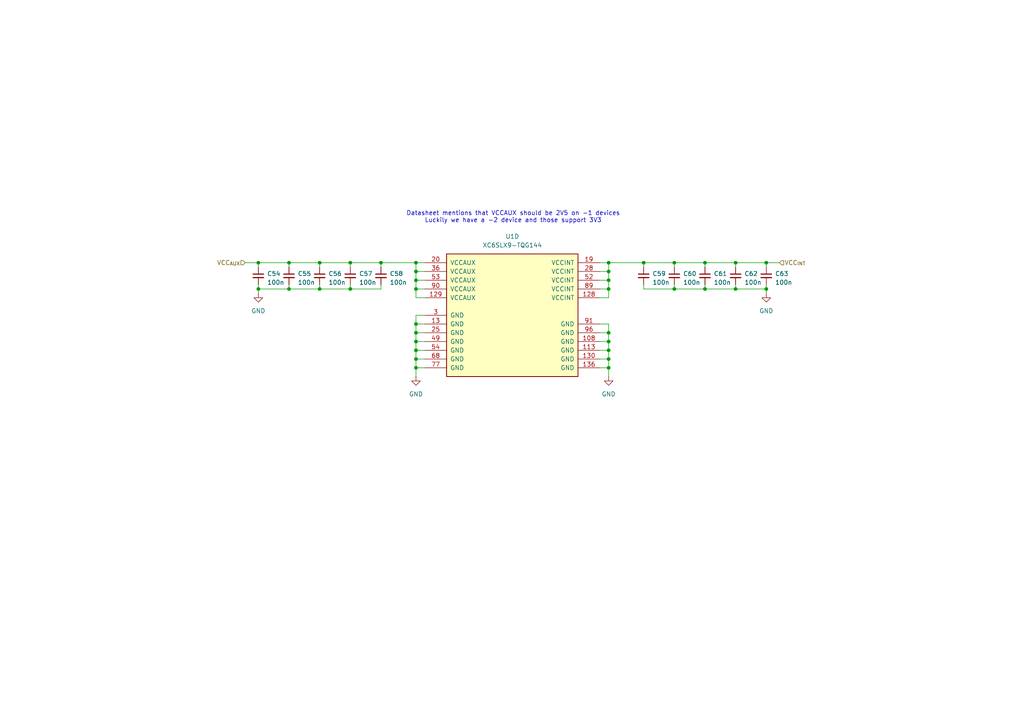
<source format=kicad_sch>
(kicad_sch (version 20231120) (generator "eeschema") (generator_version "8.0")
  (paper "A4")
  (title_block (title "FPGA Power") (date "2024-03-11") (rev "1") (company "https://github.com/Cuprum77"))
  (lib_symbols
    (symbol "Device:C_Small" (pin_numbers hide) (pin_names (offset 0.254) hide)
      (property "Reference" "C" (at 0.254 1.778 0))
      (property "Value" "C_Small" (at 0.254 -2.032 0))
      (symbol "C_Small_0_1"
        (polyline (pts (xy -1.524 -0.508) (xy 1.524 -0.508)) (stroke (width 0.3302)))
        (polyline (pts (xy -1.524 0.508) (xy 1.524 0.508)) (stroke (width 0.3048)))
      )
      (symbol "C_Small_1_1"
        (pin passive line (at 0 2.54 270) (length 2.032) (name "~") (number "1"))
        (pin passive line (at 0 -2.54 90) (length 2.032) (name "~") (number "2"))
      )
    )
    (symbol "FPGA_Xilinx_Spartan6:XC6SLX9-TQG144" (pin_names (offset 1.016))
      (property "Reference" "U" (at 0 1.27 0))
      (property "Value" "XC6SLX9-TQG144" (at 0 -1.27 0))
      (symbol "XC6SLX9-TQG144_1_1"
        (rectangle (start -44.45 36.83) (end 44.45 -43.18) (stroke (width 0.254)) (fill (type background)))
        (pin bidirectional line (at 50.8 12.7 180) (length 6.35) (name "IO_L33P_1") (number "100"))
        (pin bidirectional line (at 50.8 15.24 180) (length 6.35) (name "IO_L32N_1") (number "101"))
        (pin bidirectional line (at 50.8 17.78 180) (length 6.35) (name "IO_L32P_1") (number "102"))
        (pin power_in line (at 40.64 43.18 270) (length 6.35) (name "VCCO_1") (number "103"))
        (pin bidirectional line (at 50.8 20.32 180) (length 6.35) (name "IO_L1N_VREF_1") (number "104"))
        (pin bidirectional line (at 50.8 22.86 180) (length 6.35) (name "IO_L1P_1") (number "105"))
        (pin bidirectional line (at -50.8 -40.64 0) (length 6.35) (name "IO_L66N_SCP0_0") (number "111"))
        (pin bidirectional line (at -50.8 -38.1 0) (length 6.35) (name "IO_L66P_SCP1_0") (number "112"))
        (pin bidirectional line (at -50.8 -35.56 0) (length 6.35) (name "IO_L65N_SCP2_0") (number "114"))
        (pin bidirectional line (at -50.8 -33.02 0) (length 6.35) (name "IO_L65P_SCP3_0") (number "115"))
        (pin bidirectional line (at -50.8 -30.48 0) (length 6.35) (name "IO_L64N_SCP4_0") (number "116"))
        (pin bidirectional line (at -50.8 -27.94 0) (length 6.35) (name "IO_L64P_SCP5_0") (number "117"))
        (pin bidirectional line (at -50.8 -25.4 0) (length 6.35) (name "IO_L63N_SCP6_0") (number "118"))
        (pin bidirectional line (at -50.8 -22.86 0) (length 6.35) (name "IO_L63P_SCP7_0") (number "119"))
        (pin bidirectional line (at -50.8 -20.32 0) (length 6.35) (name "IO_L62N_VREF_0") (number "120"))
        (pin bidirectional line (at -50.8 -17.78 0) (length 6.35) (name "IO_L62P_0") (number "121"))
        (pin power_in line (at -40.64 43.18 270) (length 6.35) (name "VCCO_0") (number "122"))
        (pin bidirectional line (at -50.8 -15.24 0) (length 6.35) (name "IO_L37N_GCLK12_0") (number "123"))
        (pin bidirectional line (at -50.8 -12.7 0) (length 6.35) (name "IO_L37P_GCLK13_0") (number "124"))
        (pin power_in line (at -38.1 43.18 270) (length 6.35) (name "VCCO_0") (number "125"))
        (pin bidirectional line (at -50.8 -10.16 0) (length 6.35) (name "IO_L36N_GCLK14_0") (number "126"))
        (pin bidirectional line (at -50.8 -7.62 0) (length 6.35) (name "IO_L36P_GCLK15_0") (number "127"))
        (pin bidirectional line (at -50.8 -5.08 0) (length 6.35) (name "IO_L35N_GCLK16_0") (number "131"))
        (pin bidirectional line (at -50.8 -2.54 0) (length 6.35) (name "IO_L35P_GCLK17_0") (number "132"))
        (pin bidirectional line (at -50.8 0 0) (length 6.35) (name "IO_L34N_GCLK18_0") (number "133"))
        (pin bidirectional line (at -50.8 2.54 0) (length 6.35) (name "IO_L34P_GCLK19_0") (number "134"))
        (pin power_in line (at -35.56 43.18 270) (length 6.35) (name "VCCO_0") (number "135"))
        (pin bidirectional line (at -50.8 5.08 0) (length 6.35) (name "IO_L4N_0") (number "137"))
        (pin bidirectional line (at -50.8 7.62 0) (length 6.35) (name "IO_L4P_0") (number "138"))
        (pin bidirectional line (at -50.8 10.16 0) (length 6.35) (name "IO_L3N_0") (number "139"))
        (pin bidirectional line (at -50.8 12.7 0) (length 6.35) (name "IO_L3P_0") (number "140"))
        (pin bidirectional line (at -50.8 15.24 0) (length 6.35) (name "IO_L2N_0") (number "141"))
        (pin bidirectional line (at -50.8 17.78 0) (length 6.35) (name "IO_L2P_0") (number "142"))
        (pin bidirectional line (at -50.8 20.32 0) (length 6.35) (name "IO_L1N_VREF_0") (number "143"))
        (pin bidirectional line (at -50.8 22.86 0) (length 6.35) (name "IO_L1P_HSWAPEN_0") (number "144"))
        (pin bidirectional line (at 50.8 -35.56 180) (length 6.35) (name "IO_L74N_DOUT_BUSY_1") (number "74"))
        (pin bidirectional line (at 50.8 -33.02 180) (length 6.35) (name "IO_L74P_AWAKE_1") (number "75"))
        (pin power_in line (at 35.56 43.18 270) (length 6.35) (name "VCCO_1") (number "76"))
        (pin bidirectional line (at 50.8 -30.48 180) (length 6.35) (name "IO_L47N_1") (number "78"))
        (pin bidirectional line (at 50.8 -27.94 180) (length 6.35) (name "IO_L47P_1") (number "79"))
        (pin bidirectional line (at 50.8 -25.4 180) (length 6.35) (name "IO_L46N_1") (number "80"))
        (pin bidirectional line (at 50.8 -22.86 180) (length 6.35) (name "IO_L46P_1") (number "81"))
        (pin bidirectional line (at 50.8 -20.32 180) (length 6.35) (name "IO_L45N_1") (number "82"))
        (pin bidirectional line (at 50.8 -17.78 180) (length 6.35) (name "IO_L45P_1") (number "83"))
        (pin bidirectional line (at 50.8 -15.24 180) (length 6.35) (name "IO_L43N_GCLK4_1") (number "84"))
        (pin bidirectional line (at 50.8 -12.7 180) (length 6.35) (name "IO_L43P_GCLK5_1") (number "85"))
        (pin power_in line (at 38.1 43.18 270) (length 6.35) (name "VCCO_1") (number "86"))
        (pin bidirectional line (at 50.8 -10.16 180) (length 6.35) (name "IO_L42N_GCLK6_TRDY1_1") (number "87"))
        (pin bidirectional line (at 50.8 -7.62 180) (length 6.35) (name "IO_L42P_GCLK7_1") (number "88"))
        (pin bidirectional line (at 50.8 -5.08 180) (length 6.35) (name "IO_L41N_GCLK8_1") (number "92"))
        (pin bidirectional line (at 50.8 -2.54 180) (length 6.35) (name "IO_L41P_GCLK9_IRDY1_1") (number "93"))
        (pin bidirectional line (at 50.8 0 180) (length 6.35) (name "IO_L40N_GCLK10_1") (number "94"))
        (pin bidirectional line (at 50.8 2.54 180) (length 6.35) (name "IO_L40P_GCLK11_1") (number "95"))
        (pin bidirectional line (at 50.8 5.08 180) (length 6.35) (name "IO_L34N_1") (number "97"))
        (pin bidirectional line (at 50.8 7.62 180) (length 6.35) (name "IO_L34P_1") (number "98"))
        (pin bidirectional line (at 50.8 10.16 180) (length 6.35) (name "IO_L33N_1") (number "99"))
      )
      (symbol "XC6SLX9-TQG144_2_1"
        (rectangle (start -44.45 36.83) (end 44.45 -43.18) (stroke (width 0.254)) (fill (type background)))
        (pin bidirectional line (at 50.8 -40.64 180) (length 6.35) (name "IO_L83N_VREF_3") (number "1"))
        (pin bidirectional line (at 50.8 -22.86 180) (length 6.35) (name "IO_L50P_3") (number "10"))
        (pin bidirectional line (at 50.8 -20.32 180) (length 6.35) (name "IO_L49N_3") (number "11"))
        (pin bidirectional line (at 50.8 -17.78 180) (length 6.35) (name "IO_L49P_3") (number "12"))
        (pin bidirectional line (at 50.8 -15.24 180) (length 6.35) (name "IO_L44N_GCLK20_3") (number "14"))
        (pin bidirectional line (at 50.8 -12.7 180) (length 6.35) (name "IO_L44P_GCLK21_3") (number "15"))
        (pin bidirectional line (at 50.8 -10.16 180) (length 6.35) (name "IO_L43N_GCLK22_IRDY2_3") (number "16"))
        (pin bidirectional line (at 50.8 -7.62 180) (length 6.35) (name "IO_L43P_GCLK23_3") (number "17"))
        (pin power_in line (at 38.1 43.18 270) (length 6.35) (name "VCCO_3") (number "18"))
        (pin bidirectional line (at 50.8 -38.1 180) (length 6.35) (name "IO_L83P_3") (number "2"))
        (pin bidirectional line (at 50.8 -5.08 180) (length 6.35) (name "IO_L42N_GCLK24_3") (number "21"))
        (pin bidirectional line (at 50.8 -2.54 180) (length 6.35) (name "IO_L42P_GCLK25_TRDY2_3") (number "22"))
        (pin bidirectional line (at 50.8 0 180) (length 6.35) (name "IO_L41N_GCLK26_3") (number "23"))
        (pin bidirectional line (at 50.8 2.54 180) (length 6.35) (name "IO_L41P_GCLK27_3") (number "24"))
        (pin bidirectional line (at 50.8 5.08 180) (length 6.35) (name "IO_L37N_3") (number "26"))
        (pin bidirectional line (at 50.8 7.62 180) (length 6.35) (name "IO_L37P_3") (number "27"))
        (pin bidirectional line (at 50.8 10.16 180) (length 6.35) (name "IO_L36N_3") (number "29"))
        (pin bidirectional line (at 50.8 12.7 180) (length 6.35) (name "IO_L36P_3") (number "30"))
        (pin power_in line (at 40.64 43.18 270) (length 6.35) (name "VCCO_3") (number "31"))
        (pin bidirectional line (at 50.8 15.24 180) (length 6.35) (name "IO_L2N_3") (number "32"))
        (pin bidirectional line (at 50.8 17.78 180) (length 6.35) (name "IO_L2P_3") (number "33"))
        (pin bidirectional line (at 50.8 20.32 180) (length 6.35) (name "IO_L1N_VREF_3") (number "34"))
        (pin bidirectional line (at 50.8 22.86 180) (length 6.35) (name "IO_L1P_3") (number "35"))
        (pin bidirectional line (at -50.8 -40.64 0) (length 6.35) (name "IO_L65N_CSO_B_2") (number "38"))
        (pin bidirectional line (at -50.8 -38.1 0) (length 6.35) (name "IO_L65P_INIT_B_2") (number "39"))
        (pin power_in line (at 35.56 43.18 270) (length 6.35) (name "VCCO_3") (number "4"))
        (pin bidirectional line (at -50.8 -35.56 0) (length 6.35) (name "IO_L64N_D9_2") (number "40"))
        (pin bidirectional line (at -50.8 -33.02 0) (length 6.35) (name "IO_L64P_D8_2") (number "41"))
        (pin power_in line (at -40.64 43.18 270) (length 6.35) (name "VCCO_2") (number "42"))
        (pin bidirectional line (at -50.8 -30.48 0) (length 6.35) (name "IO_L62N_D6_2") (number "43"))
        (pin bidirectional line (at -50.8 -27.94 0) (length 6.35) (name "IO_L62P_D5_2") (number "44"))
        (pin bidirectional line (at -50.8 -25.4 0) (length 6.35) (name "IO_L49N_D4_2") (number "45"))
        (pin bidirectional line (at -50.8 -22.86 0) (length 6.35) (name "IO_L49P_D3_2") (number "46"))
        (pin bidirectional line (at -50.8 -20.32 0) (length 6.35) (name "IO_L48N_RDWR_B_VREF_2") (number "47"))
        (pin bidirectional line (at -50.8 -17.78 0) (length 6.35) (name "IO_L48P_D7_2") (number "48"))
        (pin bidirectional line (at 50.8 -35.56 180) (length 6.35) (name "IO_L52N_3") (number "5"))
        (pin bidirectional line (at -50.8 -15.24 0) (length 6.35) (name "IO_L31N_GCLK30_D15_2") (number "50"))
        (pin bidirectional line (at -50.8 -12.7 0) (length 6.35) (name "IO_L31P_GCLK31_D14_2") (number "51"))
        (pin bidirectional line (at -50.8 -10.16 0) (length 6.35) (name "IO_L30N_GCLK0_USERCCLK_2") (number "55"))
        (pin bidirectional line (at -50.8 -7.62 0) (length 6.35) (name "IO_L30P_GCLK1_D13_2") (number "56"))
        (pin bidirectional line (at -50.8 -5.08 0) (length 6.35) (name "IO_L14N_D12_2") (number "57"))
        (pin bidirectional line (at -50.8 -2.54 0) (length 6.35) (name "IO_L14P_D11_2") (number "58"))
        (pin bidirectional line (at -50.8 0 0) (length 6.35) (name "IO_L13N_D10_2") (number "59"))
        (pin bidirectional line (at 50.8 -33.02 180) (length 6.35) (name "IO_L52P_3") (number "6"))
        (pin bidirectional line (at -50.8 2.54 0) (length 6.35) (name "IO_L13P_M1_2") (number "60"))
        (pin bidirectional line (at -50.8 5.08 0) (length 6.35) (name "IO_L12N_D2_MISO3_2") (number "61"))
        (pin bidirectional line (at -50.8 7.62 0) (length 6.35) (name "IO_L12P_D1_MISO2_2") (number "62"))
        (pin power_in line (at -38.1 43.18 270) (length 6.35) (name "VCCO_2") (number "63"))
        (pin bidirectional line (at -50.8 10.16 0) (length 6.35) (name "IO_L3N_MOSI_CSI_B_MISO0_2") (number "64"))
        (pin bidirectional line (at -50.8 12.7 0) (length 6.35) (name "IO_L3P_D0_DIN_MISO_MISO1_2") (number "65"))
        (pin bidirectional line (at -50.8 15.24 0) (length 6.35) (name "IO_L2N_CMPMOSI_2") (number "66"))
        (pin bidirectional line (at -50.8 17.78 0) (length 6.35) (name "IO_L2P_CMPCLK_2") (number "67"))
        (pin bidirectional line (at -50.8 20.32 0) (length 6.35) (name "IO_L1N_M0_CMPMISO_2") (number "69"))
        (pin bidirectional line (at 50.8 -30.48 180) (length 6.35) (name "IO_L51N_3") (number "7"))
        (pin bidirectional line (at -50.8 22.86 0) (length 6.35) (name "IO_L1P_CCLK_2") (number "70"))
        (pin bidirectional line (at 50.8 -27.94 180) (length 6.35) (name "IO_L51P_3") (number "8"))
        (pin bidirectional line (at 50.8 -25.4 180) (length 6.35) (name "IO_L50N_3") (number "9"))
      )
      (symbol "XC6SLX9-TQG144_3_1"
        (rectangle (start -31.75 15.24) (end 31.75 -15.24) (stroke (width 0.254)) (fill (type background)))
        (pin bidirectional line (at 38.1 10.16 180) (length 6.35) (name "TDO") (number "106"))
        (pin bidirectional line (at 38.1 7.62 180) (length 6.35) (name "TMS") (number "107"))
        (pin bidirectional line (at 38.1 5.08 180) (length 6.35) (name "TCK") (number "109"))
        (pin bidirectional line (at 38.1 12.7 180) (length 6.35) (name "TDI") (number "110"))
        (pin bidirectional line (at 38.1 -2.54 180) (length 6.35) (name "PROGRAM_B_2") (number "37"))
        (pin bidirectional line (at 38.1 0 180) (length 6.35) (name "DONE_2") (number "71"))
        (pin bidirectional line (at 38.1 -12.7 180) (length 6.35) (name "CMPCS_B_2") (number "72"))
        (pin bidirectional line (at 38.1 -7.62 180) (length 6.35) (name "SUSPEND") (number "73"))
      )
      (symbol "XC6SLX9-TQG144_4_1"
        (rectangle (start -19.05 17.78) (end 19.05 -17.78) (stroke (width 0.254)) (fill (type background)))
        (pin power_in line (at 25.4 -7.62 180) (length 6.35) (name "GND") (number "108"))
        (pin power_in line (at 25.4 -10.16 180) (length 6.35) (name "GND") (number "113"))
        (pin power_in line (at 25.4 5.08 180) (length 6.35) (name "VCCINT") (number "128"))
        (pin power_in line (at -25.4 5.08 0) (length 6.35) (name "VCCAUX") (number "129"))
        (pin power_in line (at -25.4 -2.54 0) (length 6.35) (name "GND") (number "13"))
        (pin power_in line (at 25.4 -12.7 180) (length 6.35) (name "GND") (number "130"))
        (pin power_in line (at 25.4 -15.24 180) (length 6.35) (name "GND") (number "136"))
        (pin power_in line (at 25.4 15.24 180) (length 6.35) (name "VCCINT") (number "19"))
        (pin power_in line (at -25.4 15.24 0) (length 6.35) (name "VCCAUX") (number "20"))
        (pin power_in line (at -25.4 -5.08 0) (length 6.35) (name "GND") (number "25"))
        (pin power_in line (at 25.4 12.7 180) (length 6.35) (name "VCCINT") (number "28"))
        (pin power_in line (at -25.4 0 0) (length 6.35) (name "GND") (number "3"))
        (pin power_in line (at -25.4 12.7 0) (length 6.35) (name "VCCAUX") (number "36"))
        (pin power_in line (at -25.4 -7.62 0) (length 6.35) (name "GND") (number "49"))
        (pin power_in line (at 25.4 10.16 180) (length 6.35) (name "VCCINT") (number "52"))
        (pin power_in line (at -25.4 10.16 0) (length 6.35) (name "VCCAUX") (number "53"))
        (pin power_in line (at -25.4 -10.16 0) (length 6.35) (name "GND") (number "54"))
        (pin power_in line (at -25.4 -12.7 0) (length 6.35) (name "GND") (number "68"))
        (pin power_in line (at -25.4 -15.24 0) (length 6.35) (name "GND") (number "77"))
        (pin power_in line (at 25.4 7.62 180) (length 6.35) (name "VCCINT") (number "89"))
        (pin power_in line (at -25.4 7.62 0) (length 6.35) (name "VCCAUX") (number "90"))
        (pin power_in line (at 25.4 -2.54 180) (length 6.35) (name "GND") (number "91"))
        (pin power_in line (at 25.4 -5.08 180) (length 6.35) (name "GND") (number "96"))
      )
    )
    (symbol "power:GND" (power) (pin_numbers hide) (pin_names (offset 0) hide)
      (property "Value" "GND" (at 0 -3.81 0))
      (symbol "GND_0_1"
        (polyline (pts (xy 0 0) (xy 0 -1.27) (xy 1.27 -1.27) (xy 0 -2.54) (xy -1.27 -1.27) (xy 0 -1.27)))
      )
      (symbol "GND_1_1"
        (pin power_in line (at 0 0 270) (length 0) (name "~") (number "1"))
      )
    )
  )
  (junction (at 120.65 81.28))
  (junction (at 101.6 83.82))
  (junction (at 213.36 83.82))
  (junction (at 186.69 76.2))
  (junction (at 176.53 76.2))
  (junction (at 176.53 104.14))
  (junction (at 120.65 78.74))
  (junction (at 120.65 99.06))
  (junction (at 101.6 76.2))
  (junction (at 120.65 101.6))
  (junction (at 120.65 93.98))
  (junction (at 213.36 76.2))
  (junction (at 92.71 76.2))
  (junction (at 195.58 76.2))
  (junction (at 204.47 76.2))
  (junction (at 120.65 106.68))
  (junction (at 176.53 101.6))
  (junction (at 74.93 76.2))
  (junction (at 110.49 76.2))
  (junction (at 120.65 104.14))
  (junction (at 176.53 106.68))
  (junction (at 176.53 83.82))
  (junction (at 176.53 99.06))
  (junction (at 195.58 83.82))
  (junction (at 120.65 76.2))
  (junction (at 222.25 83.82))
  (junction (at 176.53 96.52))
  (junction (at 120.65 96.52))
  (junction (at 83.82 83.82))
  (junction (at 74.93 83.82))
  (junction (at 204.47 83.82))
  (junction (at 176.53 78.74))
  (junction (at 83.82 76.2))
  (junction (at 120.65 83.82))
  (junction (at 92.71 83.82))
  (junction (at 176.53 81.28))
  (junction (at 222.25 76.2))
  (wire (pts (xy 92.71 83.82) (xy 101.6 83.82)))
  (wire (pts (xy 195.58 83.82) (xy 195.58 82.55)))
  (wire (pts (xy 74.93 76.2) (xy 83.82 76.2)))
  (wire (pts (xy 101.6 83.82) (xy 110.49 83.82)))
  (wire (pts (xy 213.36 83.82) (xy 204.47 83.82)))
  (wire (pts (xy 120.65 76.2) (xy 120.65 78.74)))
  (wire (pts (xy 176.53 81.28) (xy 176.53 78.74)))
  (wire (pts (xy 176.53 93.98) (xy 173.99 93.98)))
  (wire (pts (xy 92.71 83.82) (xy 92.71 82.55)))
  (wire (pts (xy 195.58 76.2) (xy 186.69 76.2)))
  (wire (pts (xy 222.25 77.47) (xy 222.25 76.2)))
  (wire (pts (xy 83.82 76.2) (xy 92.71 76.2)))
  (wire (pts (xy 213.36 76.2) (xy 204.47 76.2)))
  (wire (pts (xy 176.53 99.06) (xy 176.53 96.52)))
  (wire (pts (xy 120.65 106.68) (xy 123.19 106.68)))
  (wire (pts (xy 71.12 76.2) (xy 74.93 76.2)))
  (wire (pts (xy 120.65 101.6) (xy 120.65 99.06)))
  (wire (pts (xy 123.19 86.36) (xy 120.65 86.36)))
  (wire (pts (xy 101.6 83.82) (xy 101.6 82.55)))
  (wire (pts (xy 222.25 83.82) (xy 222.25 85.09)))
  (wire (pts (xy 204.47 83.82) (xy 195.58 83.82)))
  (wire (pts (xy 74.93 77.47) (xy 74.93 76.2)))
  (wire (pts (xy 176.53 104.14) (xy 176.53 101.6)))
  (wire (pts (xy 173.99 86.36) (xy 176.53 86.36)))
  (wire (pts (xy 120.65 96.52) (xy 123.19 96.52)))
  (wire (pts (xy 120.65 99.06) (xy 123.19 99.06)))
  (wire (pts (xy 120.65 78.74) (xy 123.19 78.74)))
  (wire (pts (xy 222.25 76.2) (xy 213.36 76.2)))
  (wire (pts (xy 176.53 101.6) (xy 176.53 99.06)))
  (wire (pts (xy 120.65 78.74) (xy 120.65 81.28)))
  (wire (pts (xy 110.49 76.2) (xy 120.65 76.2)))
  (wire (pts (xy 83.82 77.47) (xy 83.82 76.2)))
  (wire (pts (xy 173.99 106.68) (xy 176.53 106.68)))
  (wire (pts (xy 101.6 77.47) (xy 101.6 76.2)))
  (wire (pts (xy 120.65 96.52) (xy 120.65 93.98)))
  (wire (pts (xy 74.93 83.82) (xy 83.82 83.82)))
  (wire (pts (xy 120.65 109.22) (xy 120.65 106.68)))
  (wire (pts (xy 186.69 77.47) (xy 186.69 76.2)))
  (wire (pts (xy 173.99 83.82) (xy 176.53 83.82)))
  (wire (pts (xy 176.53 106.68) (xy 176.53 104.14)))
  (wire (pts (xy 176.53 83.82) (xy 176.53 81.28)))
  (wire (pts (xy 173.99 81.28) (xy 176.53 81.28)))
  (wire (pts (xy 173.99 99.06) (xy 176.53 99.06)))
  (wire (pts (xy 92.71 76.2) (xy 101.6 76.2)))
  (wire (pts (xy 110.49 77.47) (xy 110.49 76.2)))
  (wire (pts (xy 213.36 77.47) (xy 213.36 76.2)))
  (wire (pts (xy 173.99 76.2) (xy 176.53 76.2)))
  (wire (pts (xy 120.65 99.06) (xy 120.65 96.52)))
  (wire (pts (xy 204.47 83.82) (xy 204.47 82.55)))
  (wire (pts (xy 176.53 96.52) (xy 176.53 93.98)))
  (wire (pts (xy 83.82 83.82) (xy 92.71 83.82)))
  (wire (pts (xy 176.53 78.74) (xy 176.53 76.2)))
  (wire (pts (xy 204.47 77.47) (xy 204.47 76.2)))
  (wire (pts (xy 186.69 76.2) (xy 176.53 76.2)))
  (wire (pts (xy 83.82 83.82) (xy 83.82 82.55)))
  (wire (pts (xy 173.99 101.6) (xy 176.53 101.6)))
  (wire (pts (xy 120.65 83.82) (xy 123.19 83.82)))
  (wire (pts (xy 120.65 83.82) (xy 120.65 86.36)))
  (wire (pts (xy 120.65 76.2) (xy 123.19 76.2)))
  (wire (pts (xy 120.65 91.44) (xy 123.19 91.44)))
  (wire (pts (xy 173.99 78.74) (xy 176.53 78.74)))
  (wire (pts (xy 195.58 83.82) (xy 186.69 83.82)))
  (wire (pts (xy 120.65 106.68) (xy 120.65 104.14)))
  (wire (pts (xy 120.65 81.28) (xy 123.19 81.28)))
  (wire (pts (xy 173.99 104.14) (xy 176.53 104.14)))
  (wire (pts (xy 176.53 109.22) (xy 176.53 106.68)))
  (wire (pts (xy 92.71 77.47) (xy 92.71 76.2)))
  (wire (pts (xy 195.58 77.47) (xy 195.58 76.2)))
  (wire (pts (xy 222.25 82.55) (xy 222.25 83.82)))
  (wire (pts (xy 74.93 82.55) (xy 74.93 83.82)))
  (wire (pts (xy 186.69 83.82) (xy 186.69 82.55)))
  (wire (pts (xy 110.49 83.82) (xy 110.49 82.55)))
  (wire (pts (xy 74.93 83.82) (xy 74.93 85.09)))
  (wire (pts (xy 176.53 86.36) (xy 176.53 83.82)))
  (wire (pts (xy 101.6 76.2) (xy 110.49 76.2)))
  (wire (pts (xy 120.65 81.28) (xy 120.65 83.82)))
  (wire (pts (xy 226.06 76.2) (xy 222.25 76.2)))
  (wire (pts (xy 204.47 76.2) (xy 195.58 76.2)))
  (wire (pts (xy 213.36 83.82) (xy 213.36 82.55)))
  (wire (pts (xy 120.65 104.14) (xy 123.19 104.14)))
  (wire (pts (xy 120.65 93.98) (xy 123.19 93.98)))
  (wire (pts (xy 120.65 101.6) (xy 123.19 101.6)))
  (wire (pts (xy 120.65 93.98) (xy 120.65 91.44)))
  (wire (pts (xy 173.99 96.52) (xy 176.53 96.52)))
  (wire (pts (xy 120.65 104.14) (xy 120.65 101.6)))
  (wire (pts (xy 222.25 83.82) (xy 213.36 83.82)))
  (text "Datasheet mentions that VCCAUX should be 2V5 on -1 devices\nLuckily we have a -2 device and those support 3V3\n" (at 148.844 62.992 0) (effects (font (size 1.27 1.27))))
  (hierarchical_label "VCC_{AUX}" (shape input) (at 71.12 76.2 180))
  (hierarchical_label "VCC_{INT}" (shape input) (at 226.06 76.2 0))
  (symbol (lib_id "Device:C_Small") (at 74.93 80.01 0) (unit 1)
    (property "Reference" "C54" (at 77.47 79.3813 0) (effects (justify left)))
    (property "Value" "100n" (at 77.47 81.9213 0) (effects (justify left)))
    (property "Footprint" "Capacitor_SMD:C_0402_1005Metric" (effects (hide yes)))
  )
  (symbol (lib_id "Device:C_Small") (at 92.71 80.01 0) (unit 1)
    (property "Reference" "C56" (at 95.25 79.3813 0) (effects (justify left)))
    (property "Value" "100n" (at 95.25 81.9213 0) (effects (justify left)))
    (property "Footprint" "Capacitor_SMD:C_0402_1005Metric" (effects (hide yes)))
  )
  (symbol (lib_id "Device:C_Small") (at 83.82 80.01 0) (unit 1)
    (property "Reference" "C55" (at 86.36 79.3813 0) (effects (justify left)))
    (property "Value" "100n" (at 86.36 81.9213 0) (effects (justify left)))
    (property "Footprint" "Capacitor_SMD:C_0402_1005Metric" (effects (hide yes)))
  )
  (symbol (lib_id "Device:C_Small") (at 186.69 80.01 0) (unit 1)
    (property "Reference" "C59" (at 189.23 79.3813 0) (effects (justify left)))
    (property "Value" "100n" (at 189.23 81.9213 0) (effects (justify left)))
    (property "Footprint" "Capacitor_SMD:C_0402_1005Metric" (effects (hide yes)))
  )
  (symbol (lib_id "Device:C_Small") (at 204.47 80.01 0) (unit 1)
    (property "Reference" "C61" (at 207.01 79.3813 0) (effects (justify left)))
    (property "Value" "100n" (at 207.01 81.9213 0) (effects (justify left)))
    (property "Footprint" "Capacitor_SMD:C_0402_1005Metric" (effects (hide yes)))
  )
  (symbol (lib_id "power:GND") (at 222.25 85.09 0) (mirror y) (unit 1)
    (property "Reference" "#PWR058" (effects (hide yes)))
    (property "Value" "GND" (at 222.25 90.17 0))
    (property "Description" "Power symbol creates a global label with name \"GND\" , ground" (effects (hide yes)))
  )
  (symbol (lib_id "Device:C_Small") (at 222.25 80.01 0) (unit 1)
    (property "Reference" "C63" (at 224.79 79.3813 0) (effects (justify left)))
    (property "Value" "100n" (at 224.79 81.9213 0) (effects (justify left)))
    (property "Footprint" "Capacitor_SMD:C_0402_1005Metric" (effects (hide yes)))
  )
  (symbol (lib_id "Device:C_Small") (at 110.49 80.01 0) (unit 1)
    (property "Reference" "C58" (at 113.03 79.3813 0) (effects (justify left)))
    (property "Value" "100n" (at 113.03 81.9213 0) (effects (justify left)))
    (property "Footprint" "Capacitor_SMD:C_0402_1005Metric" (effects (hide yes)))
  )
  (symbol (lib_id "power:GND") (at 74.93 85.09 0) (unit 1)
    (property "Reference" "#PWR057" (effects (hide yes)))
    (property "Value" "GND" (at 74.93 90.17 0))
    (property "Description" "Power symbol creates a global label with name \"GND\" , ground" (effects (hide yes)))
  )
  (symbol (lib_id "power:GND") (at 176.53 109.22 0) (unit 1)
    (property "Reference" "#PWR020" (effects (hide yes)))
    (property "Value" "GND" (at 176.53 114.3 0))
    (property "Description" "Power symbol creates a global label with name \"GND\" , ground" (effects (hide yes)))
  )
  (symbol (lib_id "Device:C_Small") (at 101.6 80.01 0) (unit 1)
    (property "Reference" "C57" (at 104.14 79.3813 0) (effects (justify left)))
    (property "Value" "100n" (at 104.14 81.9213 0) (effects (justify left)))
    (property "Footprint" "Capacitor_SMD:C_0402_1005Metric" (effects (hide yes)))
  )
  (symbol (lib_id "FPGA_Xilinx_Spartan6:XC6SLX9-TQG144") (at 148.59 91.44 0) (unit 4)
    (property "Reference" "U1" (at 148.59 68.58 0))
    (property "Value" "XC6SLX9-TQG144" (at 148.59 71.12 0))
    (property "Footprint" "Package_QFP:TQFP-144_20x20mm_P0.5mm" (effects (hide yes)))
    (property "Description" "Spartan 6 LX 9 XC6SLX9-TQG144" (effects (hide yes)))
  )
  (symbol (lib_id "Device:C_Small") (at 195.58 80.01 0) (unit 1)
    (property "Reference" "C60" (at 198.12 79.3813 0) (effects (justify left)))
    (property "Value" "100n" (at 198.12 81.9213 0) (effects (justify left)))
    (property "Footprint" "Capacitor_SMD:C_0402_1005Metric" (effects (hide yes)))
  )
  (symbol (lib_id "power:GND") (at 120.65 109.22 0) (unit 1)
    (property "Reference" "#PWR019" (effects (hide yes)))
    (property "Value" "GND" (at 120.65 114.3 0))
    (property "Description" "Power symbol creates a global label with name \"GND\" , ground" (effects (hide yes)))
  )
  (symbol (lib_id "Device:C_Small") (at 213.36 80.01 0) (unit 1)
    (property "Reference" "C62" (at 215.9 79.3813 0) (effects (justify left)))
    (property "Value" "100n" (at 215.9 81.9213 0) (effects (justify left)))
    (property "Footprint" "Capacitor_SMD:C_0402_1005Metric" (effects (hide yes)))
  )
)
</source>
